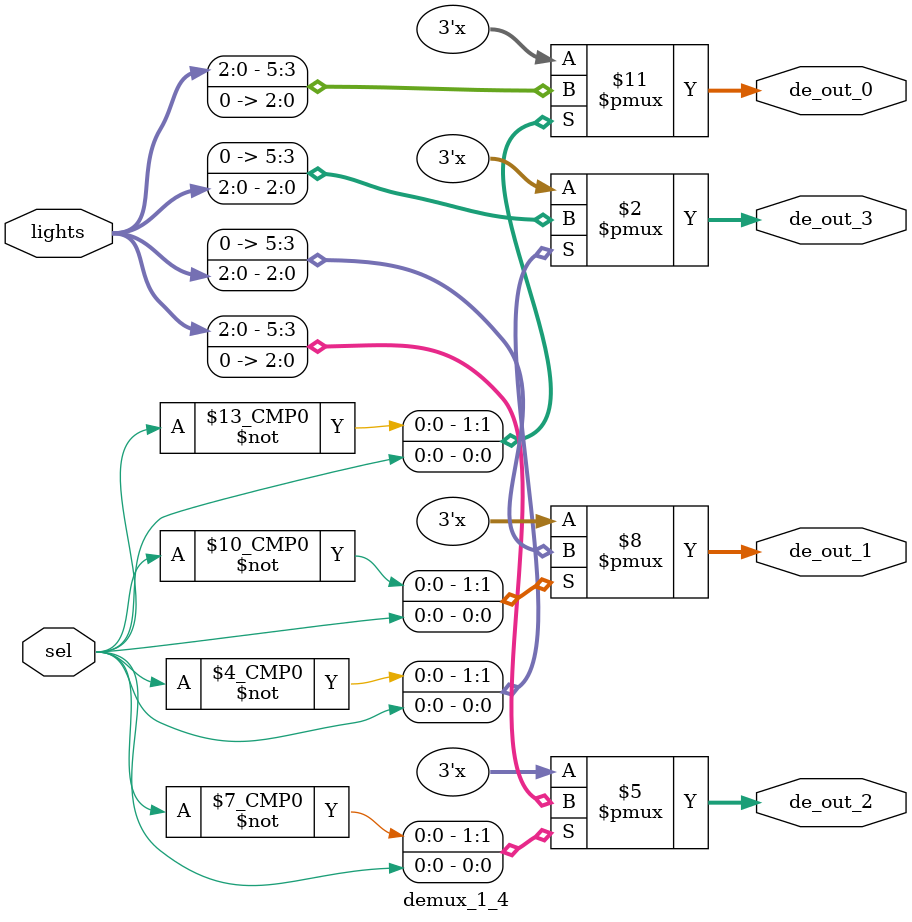
<source format=v>
`timescale 1ns / 1ps


module demux_1_4(
    input [5:0] lights,
    input sel,
    output [2:0] de_out_0,
    output [2:0] de_out_1,
    output [2:0] de_out_2,
    output [2:0] de_out_3
    );
    
    reg de_out_0;
    reg de_out_1;
    reg de_out_2;
    reg de_out_3;
    
    always @(lights) begin
        case(sel)
            1'b0 : begin
                de_out_0 =  lights;
                de_out_1 =  0;
                de_out_2 =  lights;
                de_out_3 =  0;
            end
            1'b1 : begin
                de_out_0 =  0;
                de_out_1 =  lights;
                de_out_2 =  0;
                de_out_3 =  lights;                 
            end 
        endcase 
    end
endmodule

</source>
